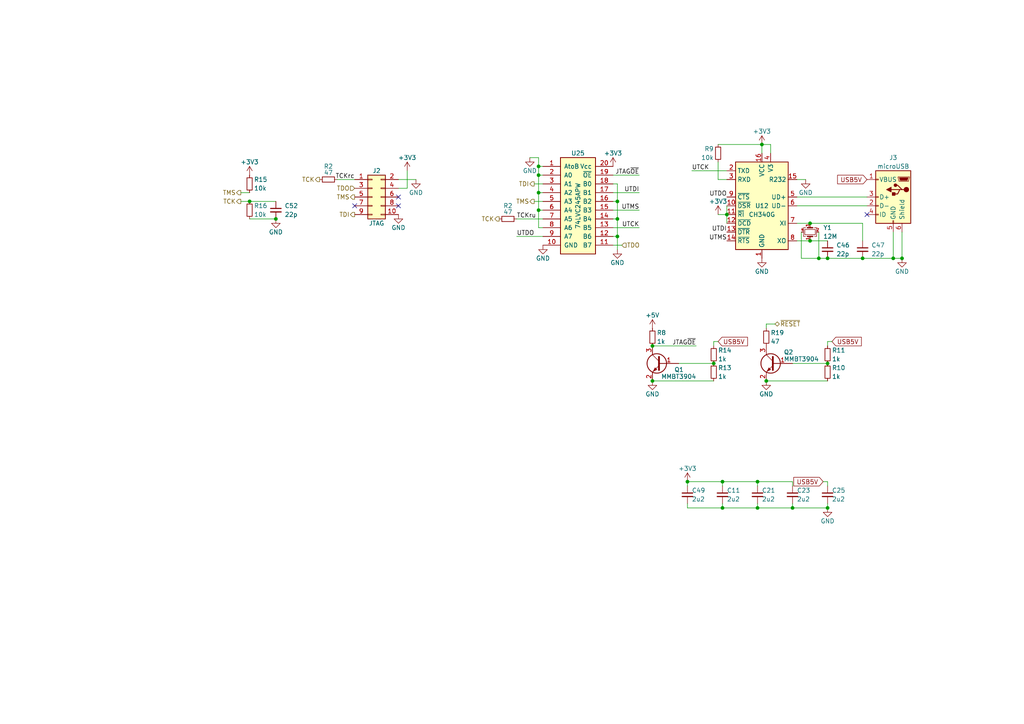
<source format=kicad_sch>
(kicad_sch (version 20230121) (generator eeschema)
  (paper "A4")
  (lib_symbols
    (symbol "Connector:USB_B_Micro" (pin_names (offset 1.016))
      (property "Reference" "J" (at -5.08 11.43 0))
      (property "Value" "USB_B_Micro" (at -5.08 8.89 0))
      (symbol "USB_B_Micro_0_1"
        (rectangle (start -5.08 -7.62) (end 5.08 7.62) (stroke (width 0.254)) (fill (type background)))
        (circle (center -3.81 2.159) (radius 0.635) (stroke (width 0.254)) (fill (type outline)))
        (circle (center -0.635 3.429) (radius 0.381) (stroke (width 0.254)) (fill (type outline)))
        (rectangle (start -0.127 -7.62) (end 0.127 -6.858))
        (polyline (pts (xy -1.905 2.159) (xy 0.635 2.159)) (stroke (width 0.254)))
        (polyline (pts (xy -3.175 2.159) (xy -2.54 2.159) (xy -1.27 3.429) (xy -0.635 3.429)) (stroke (width 0.254)))
        (polyline (pts (xy -2.54 2.159) (xy -1.905 2.159) (xy -1.27 0.889) (xy 0 0.889)) (stroke (width 0.254)))
        (polyline (pts (xy 0.635 2.794) (xy 0.635 1.524) (xy 1.905 2.159) (xy 0.635 2.794)) (stroke (width 0.254)) (fill (type outline)))
        (polyline (pts (xy -4.318 5.588) (xy -1.778 5.588) (xy -2.032 4.826) (xy -4.064 4.826) (xy -4.318 5.588)) (fill (type outline)))
        (polyline (pts (xy -4.699 5.842) (xy -4.699 5.588) (xy -4.445 4.826) (xy -4.445 4.572) (xy -1.651 4.572) (xy -1.651 4.826) (xy -1.397 5.588) (xy -1.397 5.842) (xy -4.699 5.842)))
        (rectangle (start 0.254 1.27) (end -0.508 0.508) (stroke (width 0.254)) (fill (type outline)))
        (rectangle (start 5.08 -5.207) (end 4.318 -4.953))
        (rectangle (start 5.08 -2.667) (end 4.318 -2.413))
        (rectangle (start 5.08 -0.127) (end 4.318 0.127))
        (rectangle (start 5.08 4.953) (end 4.318 5.207))
      )
      (symbol "USB_B_Micro_1_1"
        (pin power_out line (at 7.62 5.08 180) (length 2.54) (name "VBUS") (number "1"))
        (pin bidirectional line (at 7.62 -2.54 180) (length 2.54) (name "D-") (number "2"))
        (pin bidirectional line (at 7.62 0 180) (length 2.54) (name "D+") (number "3"))
        (pin passive line (at 7.62 -5.08 180) (length 2.54) (name "ID") (number "4"))
        (pin power_out line (at 0 -10.16 90) (length 2.54) (name "GND") (number "5"))
        (pin passive line (at -2.54 -10.16 90) (length 2.54) (name "Shield") (number "6"))
      )
    )
    (symbol "Connector_Generic:Conn_02x05_Odd_Even" (pin_names (offset 1.016) hide)
      (property "Reference" "J" (at 1.27 7.62 0))
      (property "Value" "Conn_02x05_Odd_Even" (at 1.27 -7.62 0))
      (symbol "Conn_02x05_Odd_Even_1_1"
        (rectangle (start -1.27 -4.953) (end 0 -5.207) (stroke (width 0.1524)))
        (rectangle (start -1.27 -2.413) (end 0 -2.667) (stroke (width 0.1524)))
        (rectangle (start -1.27 0.127) (end 0 -0.127) (stroke (width 0.1524)))
        (rectangle (start -1.27 2.667) (end 0 2.413) (stroke (width 0.1524)))
        (rectangle (start -1.27 5.207) (end 0 4.953) (stroke (width 0.1524)))
        (rectangle (start -1.27 6.35) (end 3.81 -6.35) (stroke (width 0.254)) (fill (type background)))
        (rectangle (start 3.81 -4.953) (end 2.54 -5.207) (stroke (width 0.1524)))
        (rectangle (start 3.81 -2.413) (end 2.54 -2.667) (stroke (width 0.1524)))
        (rectangle (start 3.81 0.127) (end 2.54 -0.127) (stroke (width 0.1524)))
        (rectangle (start 3.81 2.667) (end 2.54 2.413) (stroke (width 0.1524)))
        (rectangle (start 3.81 5.207) (end 2.54 4.953) (stroke (width 0.1524)))
        (pin passive line (at -5.08 5.08 0) (length 3.81) (name "Pin_1") (number "1"))
        (pin passive line (at 7.62 -5.08 180) (length 3.81) (name "Pin_10") (number "10"))
        (pin passive line (at 7.62 5.08 180) (length 3.81) (name "Pin_2") (number "2"))
        (pin passive line (at -5.08 2.54 0) (length 3.81) (name "Pin_3") (number "3"))
        (pin passive line (at 7.62 2.54 180) (length 3.81) (name "Pin_4") (number "4"))
        (pin passive line (at -5.08 0 0) (length 3.81) (name "Pin_5") (number "5"))
        (pin passive line (at 7.62 0 180) (length 3.81) (name "Pin_6") (number "6"))
        (pin passive line (at -5.08 -2.54 0) (length 3.81) (name "Pin_7") (number "7"))
        (pin passive line (at 7.62 -2.54 180) (length 3.81) (name "Pin_8") (number "8"))
        (pin passive line (at -5.08 -5.08 0) (length 3.81) (name "Pin_9") (number "9"))
      )
    )
    (symbol "Device:C_Small" (pin_numbers hide) (pin_names (offset 0.254) hide)
      (property "Reference" "C" (at 0.254 1.778 0))
      (property "Value" "C_Small" (at 0.254 -2.032 0))
      (symbol "C_Small_0_1"
        (polyline (pts (xy -1.524 -0.508) (xy 1.524 -0.508)) (stroke (width 0.3302)))
        (polyline (pts (xy -1.524 0.508) (xy 1.524 0.508)) (stroke (width 0.3048)))
      )
      (symbol "C_Small_1_1"
        (pin passive line (at 0 2.54 270) (length 2.032) (name "~") (number "1"))
        (pin passive line (at 0 -2.54 90) (length 2.032) (name "~") (number "2"))
      )
    )
    (symbol "Device:Crystal_GND24_Small" (pin_names (offset 1.016) hide)
      (property "Reference" "Y" (at 1.27 4.445 0))
      (property "Value" "Crystal_GND24_Small" (at 1.27 2.54 0))
      (symbol "Crystal_GND24_Small_0_1"
        (rectangle (start -0.762 -1.524) (end 0.762 1.524))
        (polyline (pts (xy -1.27 -0.762) (xy -1.27 0.762)) (stroke (width 0.381)))
        (polyline (pts (xy 1.27 -0.762) (xy 1.27 0.762)) (stroke (width 0.381)))
        (polyline (pts (xy -1.27 -1.27) (xy -1.27 -1.905) (xy 1.27 -1.905) (xy 1.27 -1.27)))
        (polyline (pts (xy -1.27 1.27) (xy -1.27 1.905) (xy 1.27 1.905) (xy 1.27 1.27)))
      )
      (symbol "Crystal_GND24_Small_1_1"
        (pin passive line (at -2.54 0 0) (length 1.27) (name "1") (number "1"))
        (pin passive line (at 0 -2.54 90) (length 0.635) (name "2") (number "2"))
        (pin passive line (at 2.54 0 180) (length 1.27) (name "3") (number "3"))
        (pin passive line (at 0 2.54 270) (length 0.635) (name "4") (number "4"))
      )
    )
    (symbol "Device:R_Small" (pin_numbers hide) (pin_names (offset 0.254) hide)
      (property "Reference" "R" (at 0.762 0.508 0))
      (property "Value" "R_Small" (at 0.762 -1.016 0))
      (symbol "R_Small_0_1"
        (rectangle (start -0.762 1.778) (end 0.762 -1.778) (stroke (width 0.2032)))
      )
      (symbol "R_Small_1_1"
        (pin passive line (at 0 2.54 270) (length 0.762) (name "~") (number "1"))
        (pin passive line (at 0 -2.54 90) (length 0.762) (name "~") (number "2"))
      )
    )
    (symbol "GW_Logic:74245" (pin_names (offset 1.016))
      (property "Reference" "U" (at 0 15.24 0))
      (property "Value" "74245" (at 0 0 90))
      (symbol "74245_0_1"
        (rectangle (start -5.08 13.97) (end 5.08 -13.97) (stroke (width 0.254)) (fill (type background)))
      )
      (symbol "74245_1_1"
        (pin input line (at -10.16 11.43 0) (length 5.08) (name "AtoB") (number "1"))
        (pin power_in line (at -10.16 -11.43 0) (length 5.08) (name "GND") (number "10"))
        (pin bidirectional line (at 10.16 -11.43 180) (length 5.08) (name "B7") (number "11"))
        (pin bidirectional line (at 10.16 -8.89 180) (length 5.08) (name "B6") (number "12"))
        (pin bidirectional line (at 10.16 -6.35 180) (length 5.08) (name "B5") (number "13"))
        (pin bidirectional line (at 10.16 -3.81 180) (length 5.08) (name "B4") (number "14"))
        (pin bidirectional line (at 10.16 -1.27 180) (length 5.08) (name "B3") (number "15"))
        (pin bidirectional line (at 10.16 1.27 180) (length 5.08) (name "B2") (number "16"))
        (pin bidirectional line (at 10.16 3.81 180) (length 5.08) (name "B1") (number "17"))
        (pin bidirectional line (at 10.16 6.35 180) (length 5.08) (name "B0") (number "18"))
        (pin input line (at 10.16 8.89 180) (length 5.08) (name "~{OE}") (number "19"))
        (pin bidirectional line (at -10.16 8.89 0) (length 5.08) (name "A0") (number "2"))
        (pin power_in line (at 10.16 11.43 180) (length 5.08) (name "Vcc") (number "20"))
        (pin bidirectional line (at -10.16 6.35 0) (length 5.08) (name "A1") (number "3"))
        (pin bidirectional line (at -10.16 3.81 0) (length 5.08) (name "A2") (number "4"))
        (pin bidirectional line (at -10.16 1.27 0) (length 5.08) (name "A3") (number "5"))
        (pin bidirectional line (at -10.16 -1.27 0) (length 5.08) (name "A4") (number "6"))
        (pin bidirectional line (at -10.16 -3.81 0) (length 5.08) (name "A5") (number "7"))
        (pin bidirectional line (at -10.16 -6.35 0) (length 5.08) (name "A6") (number "8"))
        (pin bidirectional line (at -10.16 -8.89 0) (length 5.08) (name "A7") (number "9"))
      )
    )
    (symbol "Interface_USB:CH340G"
      (property "Reference" "U" (at -5.08 13.97 0))
      (property "Value" "CH340G" (at 1.27 13.97 0))
      (symbol "CH340G_0_1"
        (rectangle (start -7.62 12.7) (end 7.62 -12.7) (stroke (width 0.254)) (fill (type background)))
      )
      (symbol "CH340G_1_1"
        (pin power_in line (at 0 -15.24 90) (length 2.54) (name "GND") (number "1"))
        (pin input line (at 10.16 0 180) (length 2.54) (name "~{DSR}") (number "10"))
        (pin input line (at 10.16 -2.54 180) (length 2.54) (name "~{RI}") (number "11"))
        (pin input line (at 10.16 -5.08 180) (length 2.54) (name "~{DCD}") (number "12"))
        (pin output line (at 10.16 -7.62 180) (length 2.54) (name "~{DTR}") (number "13"))
        (pin output line (at 10.16 -10.16 180) (length 2.54) (name "~{RTS}") (number "14"))
        (pin input line (at -10.16 7.62 0) (length 2.54) (name "R232") (number "15"))
        (pin power_in line (at 0 15.24 270) (length 2.54) (name "VCC") (number "16"))
        (pin output line (at 10.16 10.16 180) (length 2.54) (name "TXD") (number "2"))
        (pin input line (at 10.16 7.62 180) (length 2.54) (name "RXD") (number "3"))
        (pin passive line (at -2.54 15.24 270) (length 2.54) (name "V3") (number "4"))
        (pin bidirectional line (at -10.16 2.54 0) (length 2.54) (name "UD+") (number "5"))
        (pin bidirectional line (at -10.16 0 0) (length 2.54) (name "UD-") (number "6"))
        (pin input line (at -10.16 -5.08 0) (length 2.54) (name "XI") (number "7"))
        (pin output line (at -10.16 -10.16 0) (length 2.54) (name "XO") (number "8"))
        (pin input line (at 10.16 2.54 180) (length 2.54) (name "~{CTS}") (number "9"))
      )
    )
    (symbol "Transistor_BJT:MMBT3904" (pin_names (offset 0) hide)
      (property "Reference" "Q" (at 5.08 1.905 0))
      (property "Value" "MMBT3904" (at 5.08 0 0))
      (symbol "MMBT3904_0_1"
        (polyline (pts (xy 0.635 0.635) (xy 2.54 2.54)))
        (polyline (pts (xy 0.635 -0.635) (xy 2.54 -2.54) (xy 2.54 -2.54)))
        (polyline (pts (xy 0.635 1.905) (xy 0.635 -1.905) (xy 0.635 -1.905)) (stroke (width 0.508)))
        (polyline (pts (xy 1.27 -1.778) (xy 1.778 -1.27) (xy 2.286 -2.286) (xy 1.27 -1.778) (xy 1.27 -1.778)) (fill (type outline)))
        (circle (center 1.27 0) (radius 2.8194) (stroke (width 0.254)))
      )
      (symbol "MMBT3904_1_1"
        (pin input line (at -5.08 0 0) (length 5.715) (name "B") (number "1"))
        (pin passive line (at 2.54 -5.08 90) (length 2.54) (name "E") (number "2"))
        (pin passive line (at 2.54 5.08 270) (length 2.54) (name "C") (number "3"))
      )
    )
    (symbol "power:+3V3" (power) (pin_names (offset 0))
      (property "Value" "+3V3" (at 0 3.556 0))
      (symbol "+3V3_0_1"
        (polyline (pts (xy -0.762 1.27) (xy 0 2.54)))
        (polyline (pts (xy 0 0) (xy 0 2.54)))
        (polyline (pts (xy 0 2.54) (xy 0.762 1.27)))
      )
      (symbol "+3V3_1_1"
        (pin power_in line (at 0 0 90) (length 0) hide (name "+3V3") (number "1"))
      )
    )
    (symbol "power:+5V" (power) (pin_names (offset 0))
      (property "Value" "+5V" (at 0 3.556 0))
      (symbol "+5V_0_1"
        (polyline (pts (xy -0.762 1.27) (xy 0 2.54)))
        (polyline (pts (xy 0 0) (xy 0 2.54)))
        (polyline (pts (xy 0 2.54) (xy 0.762 1.27)))
      )
      (symbol "+5V_1_1"
        (pin power_in line (at 0 0 90) (length 0) hide (name "+5V") (number "1"))
      )
    )
    (symbol "power:GND" (power) (pin_names (offset 0))
      (property "Value" "GND" (at 0 -3.81 0))
      (symbol "GND_0_1"
        (polyline (pts (xy 0 0) (xy 0 -1.27) (xy 1.27 -1.27) (xy 0 -2.54) (xy -1.27 -1.27) (xy 0 -1.27)))
      )
      (symbol "GND_1_1"
        (pin power_in line (at 0 0 270) (length 0) hide (name "GND") (number "1"))
      )
    )
  )
  (junction (at 156.21 50.8))
  (junction (at 261.62 74.93))
  (junction (at 210.82 62.23))
  (junction (at 229.87 147.32))
  (junction (at 156.21 55.88))
  (junction (at 156.21 60.96))
  (junction (at 156.21 48.26))
  (junction (at 179.07 63.5))
  (junction (at 209.55 139.7))
  (junction (at 220.98 41.91))
  (junction (at 250.19 74.93))
  (junction (at 237.49 74.93))
  (junction (at 222.25 110.49))
  (junction (at 234.95 69.85))
  (junction (at 240.03 74.93))
  (junction (at 72.39 58.42))
  (junction (at 189.23 110.49))
  (junction (at 179.07 58.42))
  (junction (at 240.03 105.41))
  (junction (at 240.03 147.32))
  (junction (at 80.01 63.5))
  (junction (at 209.55 147.32))
  (junction (at 207.01 105.41))
  (junction (at 219.71 147.32))
  (junction (at 259.08 74.93))
  (junction (at 234.95 64.77))
  (junction (at 179.07 68.58))
  (junction (at 219.71 139.7))
  (junction (at 189.23 100.33))
  (junction (at 199.39 139.7))
  (no_connect (at 115.57 59.69))
  (no_connect (at 251.46 62.23))
  (no_connect (at 102.87 59.69))
  (no_connect (at 115.57 57.15))
  (wire (pts (xy 231.14 64.77) (xy 234.95 64.77)))
  (wire (pts (xy 240.03 69.85) (xy 234.95 69.85)))
  (wire (pts (xy 149.86 68.58) (xy 157.48 68.58)))
  (wire (pts (xy 250.19 64.77) (xy 250.19 69.85)))
  (wire (pts (xy 156.21 55.88) (xy 157.48 55.88)))
  (wire (pts (xy 115.57 52.07) (xy 120.65 52.07)))
  (wire (pts (xy 177.8 50.8) (xy 185.42 50.8)))
  (wire (pts (xy 223.52 41.91) (xy 223.52 44.45)))
  (wire (pts (xy 208.28 41.91) (xy 220.98 41.91)))
  (wire (pts (xy 156.21 48.26) (xy 157.48 48.26)))
  (wire (pts (xy 207.01 105.41) (xy 196.85 105.41)))
  (wire (pts (xy 231.14 69.85) (xy 234.95 69.85)))
  (wire (pts (xy 179.07 58.42) (xy 177.8 58.42)))
  (wire (pts (xy 180.34 71.12) (xy 177.8 71.12)))
  (wire (pts (xy 156.21 50.8) (xy 156.21 48.26)))
  (wire (pts (xy 185.42 60.96) (xy 177.8 60.96)))
  (wire (pts (xy 240.03 74.93) (xy 250.19 74.93)))
  (wire (pts (xy 209.55 139.7) (xy 219.71 139.7)))
  (wire (pts (xy 156.21 60.96) (xy 157.48 60.96)))
  (wire (pts (xy 115.57 54.61) (xy 118.11 54.61)))
  (wire (pts (xy 157.48 66.04) (xy 156.21 66.04)))
  (wire (pts (xy 72.39 55.88) (xy 69.85 55.88)))
  (wire (pts (xy 240.03 139.7) (xy 240.03 140.97)))
  (wire (pts (xy 156.21 50.8) (xy 157.48 50.8)))
  (wire (pts (xy 179.07 53.34) (xy 179.07 58.42)))
  (wire (pts (xy 72.39 58.42) (xy 80.01 58.42)))
  (wire (pts (xy 259.08 74.93) (xy 261.62 74.93)))
  (wire (pts (xy 118.11 54.61) (xy 118.11 49.53)))
  (wire (pts (xy 237.49 74.93) (xy 232.41 74.93)))
  (wire (pts (xy 156.21 55.88) (xy 156.21 50.8)))
  (wire (pts (xy 229.87 139.7) (xy 229.87 140.97)))
  (wire (pts (xy 237.49 67.31) (xy 237.49 74.93)))
  (wire (pts (xy 179.07 63.5) (xy 177.8 63.5)))
  (wire (pts (xy 149.86 63.5) (xy 157.48 63.5)))
  (wire (pts (xy 222.25 93.98) (xy 222.25 95.25)))
  (wire (pts (xy 156.21 60.96) (xy 156.21 55.88)))
  (wire (pts (xy 189.23 100.33) (xy 201.93 100.33)))
  (wire (pts (xy 179.07 68.58) (xy 177.8 68.58)))
  (wire (pts (xy 72.39 63.5) (xy 80.01 63.5)))
  (wire (pts (xy 199.39 139.7) (xy 199.39 140.97)))
  (wire (pts (xy 219.71 147.32) (xy 219.71 146.05)))
  (wire (pts (xy 179.07 68.58) (xy 179.07 72.39)))
  (wire (pts (xy 156.21 48.26) (xy 156.21 45.72)))
  (wire (pts (xy 240.03 147.32) (xy 240.03 146.05)))
  (wire (pts (xy 261.62 67.31) (xy 261.62 74.93)))
  (wire (pts (xy 179.07 58.42) (xy 179.07 63.5)))
  (wire (pts (xy 210.82 62.23) (xy 210.82 59.69)))
  (wire (pts (xy 209.55 139.7) (xy 209.55 140.97)))
  (wire (pts (xy 220.98 41.91) (xy 223.52 41.91)))
  (wire (pts (xy 241.3 99.06) (xy 240.03 99.06)))
  (wire (pts (xy 234.95 64.77) (xy 250.19 64.77)))
  (wire (pts (xy 69.85 58.42) (xy 72.39 58.42)))
  (wire (pts (xy 219.71 147.32) (xy 229.87 147.32)))
  (wire (pts (xy 177.8 53.34) (xy 179.07 53.34)))
  (wire (pts (xy 240.03 105.41) (xy 229.87 105.41)))
  (wire (pts (xy 208.28 99.06) (xy 207.01 99.06)))
  (wire (pts (xy 177.8 55.88) (xy 185.42 55.88)))
  (wire (pts (xy 229.87 147.32) (xy 229.87 146.05)))
  (wire (pts (xy 259.08 67.31) (xy 259.08 74.93)))
  (wire (pts (xy 154.94 53.34) (xy 157.48 53.34)))
  (wire (pts (xy 233.68 52.07) (xy 231.14 52.07)))
  (wire (pts (xy 250.19 74.93) (xy 259.08 74.93)))
  (wire (pts (xy 209.55 147.32) (xy 199.39 147.32)))
  (wire (pts (xy 199.39 139.7) (xy 209.55 139.7)))
  (wire (pts (xy 189.23 110.49) (xy 207.01 110.49)))
  (wire (pts (xy 219.71 139.7) (xy 229.87 139.7)))
  (wire (pts (xy 208.28 62.23) (xy 210.82 62.23)))
  (wire (pts (xy 177.8 66.04) (xy 185.42 66.04)))
  (wire (pts (xy 207.01 99.06) (xy 207.01 100.33)))
  (wire (pts (xy 219.71 147.32) (xy 209.55 147.32)))
  (wire (pts (xy 222.25 110.49) (xy 240.03 110.49)))
  (wire (pts (xy 237.49 74.93) (xy 240.03 74.93)))
  (wire (pts (xy 209.55 147.32) (xy 209.55 146.05)))
  (wire (pts (xy 240.03 99.06) (xy 240.03 100.33)))
  (wire (pts (xy 240.03 139.7) (xy 238.76 139.7)))
  (wire (pts (xy 199.39 147.32) (xy 199.39 146.05)))
  (wire (pts (xy 179.07 63.5) (xy 179.07 68.58)))
  (wire (pts (xy 210.82 62.23) (xy 210.82 64.77)))
  (wire (pts (xy 229.87 147.32) (xy 240.03 147.32)))
  (wire (pts (xy 154.94 58.42) (xy 157.48 58.42)))
  (wire (pts (xy 232.41 74.93) (xy 232.41 67.31)))
  (wire (pts (xy 251.46 57.15) (xy 231.14 57.15)))
  (wire (pts (xy 208.28 46.99) (xy 208.28 52.07)))
  (wire (pts (xy 156.21 45.72) (xy 153.67 45.72)))
  (wire (pts (xy 224.79 93.98) (xy 222.25 93.98)))
  (wire (pts (xy 156.21 66.04) (xy 156.21 60.96)))
  (wire (pts (xy 208.28 52.07) (xy 210.82 52.07)))
  (wire (pts (xy 231.14 59.69) (xy 251.46 59.69)))
  (wire (pts (xy 219.71 139.7) (xy 219.71 140.97)))
  (wire (pts (xy 220.98 41.91) (xy 220.98 44.45)))
  (wire (pts (xy 97.79 52.07) (xy 102.87 52.07)))
  (wire (pts (xy 210.82 49.53) (xy 200.66 49.53)))
  (label "UTDO" (at 149.86 68.58 0))
  (label "UTDI" (at 185.42 55.88 180))
  (label "UTMS" (at 185.42 60.96 180))
  (label "UTMS" (at 210.82 69.85 180))
  (label "TCKru" (at 149.86 63.5 0))
  (label "JTAG~{OE}" (at 201.93 100.33 180))
  (label "UTDO" (at 210.82 57.15 180))
  (label "UTDI" (at 210.82 67.31 180))
  (label "UTCK" (at 185.42 66.04 180))
  (label "UTCK" (at 200.66 49.53 0))
  (label "JTAG~{OE}" (at 185.42 50.8 180))
  (label "TCKrc" (at 102.87 52.07 180))
  (global_label "USB5V" (shape input) (at 251.46 52.07 180) (property "Intersheetrefs" "${INTERSHEET_REFS}" (effects hide)))
  (global_label "USB5V" (shape input) (at 238.76 139.7 180) (property "Intersheetrefs" "${INTERSHEET_REFS}" (effects hide)))
  (global_label "USB5V" (shape input) (at 208.28 99.06 0) (property "Intersheetrefs" "${INTERSHEET_REFS}" (effects hide)))
  (global_label "USB5V" (shape input) (at 241.3 99.06 0) (property "Intersheetrefs" "${INTERSHEET_REFS}" (effects hide)))
  (hierarchical_label "TCK" (shape output) (at 92.71 52.07 180))
  (hierarchical_label "TCK" (shape output) (at 69.85 58.42 180))
  (hierarchical_label "TMS" (shape output) (at 69.85 55.88 180))
  (hierarchical_label "~{RESET}" (shape tri_state) (at 224.79 93.98 0))
  (hierarchical_label "TDI" (shape output) (at 102.87 62.23 180))
  (hierarchical_label "TMS" (shape output) (at 102.87 57.15 180))
  (hierarchical_label "TCK" (shape output) (at 144.78 63.5 180))
  (hierarchical_label "TMS" (shape output) (at 154.94 58.42 180))
  (hierarchical_label "TDI" (shape output) (at 154.94 53.34 180))
  (hierarchical_label "TDO" (shape input) (at 102.87 54.61 180))
  (hierarchical_label "TDO" (shape input) (at 180.34 71.12 0))
  (symbol (lib_id "Connector_Generic:Conn_02x05_Odd_Even") (at 107.95 57.15 0) (unit 1)
    (property "Reference" "J2" (at 109.22 49.53 0))
    (property "Value" "JTAG" (at 109.22 64.77 0))
    (property "Footprint" "Connector:Tag-Connect_TC2050-IDC-FP_2x05_P1.27mm_Vertical" (effects hide))
  )
  (symbol (lib_id "power:+3V3") (at 118.11 49.53 0) (unit 1)
    (property "Reference" "#PWR0128" (effects hide))
    (property "Value" "+3V3" (at 118.11 45.72 0))
  )
  (symbol (lib_id "Interface_USB:CH340G") (at 220.98 59.69 0) (mirror y) (unit 1)
    (property "Reference" "U12" (at 220.98 59.69 0))
    (property "Value" "CH340G" (at 220.98 62.23 0))
    (property "Footprint" "stdpads:SOIC-16_3.9mm" (effects hide))
    (property "Datasheet" "http://www.datasheet5.com/pdf-local-2195953" (effects hide))
    (property "LCSC Part" "C14267" (effects hide))
  )
  (symbol (lib_id "power:GND") (at 233.68 52.07 0) (mirror y) (unit 1)
    (property "Reference" "#PWR0164" (effects hide))
    (property "Value" "GND" (at 233.68 55.88 0))
  )
  (symbol (lib_id "Device:C_Small") (at 209.55 143.51 0) (unit 1)
    (property "Reference" "C11" (at 210.82 142.24 0) (effects (justify left)))
    (property "Value" "2u2" (at 210.82 144.78 0) (effects (justify left)))
    (property "Footprint" "stdpads:C_0603" (effects hide))
    (property "LCSC Part" "C23630" (effects hide))
  )
  (symbol (lib_id "Device:C_Small") (at 219.71 143.51 0) (unit 1)
    (property "Reference" "C21" (at 220.98 142.24 0) (effects (justify left)))
    (property "Value" "2u2" (at 220.98 144.78 0) (effects (justify left)))
    (property "Footprint" "stdpads:C_0603" (effects hide))
    (property "LCSC Part" "C23630" (effects hide))
  )
  (symbol (lib_id "Device:C_Small") (at 229.87 143.51 0) (unit 1)
    (property "Reference" "C23" (at 231.14 142.24 0) (effects (justify left)))
    (property "Value" "2u2" (at 231.14 144.78 0) (effects (justify left)))
    (property "Footprint" "stdpads:C_0603" (effects hide))
    (property "LCSC Part" "C23630" (effects hide))
  )
  (symbol (lib_id "Device:C_Small") (at 240.03 143.51 0) (unit 1)
    (property "Reference" "C25" (at 241.3 142.24 0) (effects (justify left)))
    (property "Value" "2u2" (at 241.3 144.78 0) (effects (justify left)))
    (property "Footprint" "stdpads:C_0603" (effects hide))
    (property "LCSC Part" "C23630" (effects hide))
  )
  (symbol (lib_id "power:GND") (at 261.62 74.93 0) (mirror y) (unit 1)
    (property "Reference" "#PWR0165" (effects hide))
    (property "Value" "GND" (at 261.62 78.74 0))
  )
  (symbol (lib_id "power:GND") (at 115.57 62.23 0) (unit 1)
    (property "Reference" "#PWR0127" (effects hide))
    (property "Value" "GND" (at 115.57 66.04 0))
  )
  (symbol (lib_id "Device:C_Small") (at 240.03 72.39 0) (unit 1)
    (property "Reference" "C46" (at 242.57 71.12 0) (effects (justify left)))
    (property "Value" "22p" (at 242.57 73.66 0) (effects (justify left)))
    (property "Footprint" "stdpads:C_0603" (effects hide))
    (property "LCSC Part" "C1653" (effects hide))
  )
  (symbol (lib_id "Device:C_Small") (at 250.19 72.39 0) (unit 1)
    (property "Reference" "C47" (at 252.73 71.12 0) (effects (justify left)))
    (property "Value" "22p" (at 252.73 73.66 0) (effects (justify left)))
    (property "Footprint" "stdpads:C_0603" (effects hide))
    (property "LCSC Part" "C1653" (effects hide))
  )
  (symbol (lib_id "Connector:USB_B_Micro") (at 259.08 57.15 0) (mirror y) (unit 1)
    (property "Reference" "J3" (at 259.08 45.72 0))
    (property "Value" "microUSB" (at 259.08 48.26 0))
    (property "Footprint" "stdpads:USB_Micro-B_ShouHan_MicroXNJ" (effects hide))
    (property "LCSC Part" "C404969" (effects hide))
  )
  (symbol (lib_id "power:GND") (at 120.65 52.07 0) (unit 1)
    (property "Reference" "#PWR0204" (effects hide))
    (property "Value" "GND" (at 120.65 55.88 0))
  )
  (symbol (lib_id "Transistor_BJT:MMBT3904") (at 224.79 105.41 0) (mirror y) (unit 1)
    (property "Reference" "Q2" (at 227.33 102.87 0) (effects (justify right bottom)))
    (property "Value" "MMBT3904" (at 227.33 104.14 0) (effects (justify right)))
    (property "Footprint" "stdpads:SOT-23" (effects hide))
    (property "Datasheet" "https://www.onsemi.com/pub/Collateral/2N3903-D.PDF" (effects hide))
    (property "LCSC Part" "C20526" (effects hide))
  )
  (symbol (lib_id "power:GND") (at 189.23 110.49 0) (unit 1)
    (property "Reference" "#PWR0196" (effects hide))
    (property "Value" "GND" (at 189.23 114.3 0))
  )
  (symbol (lib_id "Transistor_BJT:MMBT3904") (at 191.77 105.41 0) (mirror y) (unit 1)
    (property "Reference" "Q1" (at 195.58 107.95 0) (effects (justify right bottom)))
    (property "Value" "MMBT3904" (at 191.77 109.22 0) (effects (justify right)))
    (property "Footprint" "stdpads:SOT-23" (effects hide))
    (property "Datasheet" "https://www.onsemi.com/pub/Collateral/2N3903-D.PDF" (effects hide))
    (property "LCSC Part" "C20526" (effects hide))
  )
  (symbol (lib_id "power:+5V") (at 189.23 95.25 0) (mirror y) (unit 1)
    (property "Reference" "#PWR0198" (effects hide))
    (property "Value" "+5V" (at 189.23 91.44 0))
  )
  (symbol (lib_id "power:GND") (at 240.03 147.32 0) (mirror y) (unit 1)
    (property "Reference" "#PWR0199" (effects hide))
    (property "Value" "GND" (at 240.03 151.13 0))
  )
  (symbol (lib_id "power:GND") (at 220.98 74.93 0) (mirror y) (unit 1)
    (property "Reference" "#PWR0162" (effects hide))
    (property "Value" "GND" (at 220.98 78.74 0))
  )
  (symbol (lib_id "Device:R_Small") (at 72.39 60.96 0) (mirror y) (unit 1)
    (property "Reference" "R16" (at 73.66 59.69 0) (effects (justify right)))
    (property "Value" "10k" (at 73.66 62.23 0) (effects (justify right)))
    (property "Footprint" "stdpads:R_0603" (effects hide))
    (property "LCSC Part" "C25804" (effects hide))
  )
  (symbol (lib_id "Device:R_Small") (at 72.39 53.34 0) (mirror y) (unit 1)
    (property "Reference" "R15" (at 73.66 52.07 0) (effects (justify right)))
    (property "Value" "10k" (at 73.66 54.61 0) (effects (justify right)))
    (property "Footprint" "stdpads:R_0603" (effects hide))
    (property "LCSC Part" "C25804" (effects hide))
  )
  (symbol (lib_id "power:+3V3") (at 72.39 50.8 0) (unit 1)
    (property "Reference" "#PWR0205" (effects hide))
    (property "Value" "+3V3" (at 72.39 46.99 0))
  )
  (symbol (lib_id "power:GND") (at 80.01 63.5 0) (unit 1)
    (property "Reference" "#PWR0206" (effects hide))
    (property "Value" "GND" (at 80.01 67.31 0))
  )
  (symbol (lib_id "power:+3V3") (at 177.8 48.26 0) (unit 1)
    (property "Reference" "#PWR07" (effects hide))
    (property "Value" "+3V3" (at 177.8 44.45 0))
  )
  (symbol (lib_id "Device:R_Small") (at 240.03 102.87 180) (unit 1)
    (property "Reference" "R11" (at 241.3 101.6 0) (effects (justify right)))
    (property "Value" "1k" (at 241.3 104.14 0) (effects (justify right)))
    (property "Footprint" "stdpads:R_0603" (effects hide))
  )
  (symbol (lib_id "power:+3V3") (at 208.28 62.23 0) (unit 1)
    (property "Reference" "#PWR022" (effects hide))
    (property "Value" "+3V3" (at 208.28 58.42 0))
  )
  (symbol (lib_id "Device:Crystal_GND24_Small") (at 234.95 67.31 90) (unit 1)
    (property "Reference" "Y1" (at 238.76 66.04 90) (effects (justify right)))
    (property "Value" "12M" (at 238.76 68.58 90) (effects (justify right)))
    (property "Footprint" "stdpads:Crystal_SMD_3225-4Pin_3.2x2.5mm" (effects hide))
  )
  (symbol (lib_id "power:+3V3") (at 199.39 139.7 0) (unit 1)
    (property "Reference" "#PWR023" (effects hide))
    (property "Value" "+3V3" (at 199.39 135.89 0))
  )
  (symbol (lib_id "Device:R_Small") (at 207.01 107.95 180) (unit 1)
    (property "Reference" "R13" (at 208.28 106.68 0) (effects (justify right)))
    (property "Value" "1k" (at 208.28 109.22 0) (effects (justify right)))
    (property "Footprint" "stdpads:R_0603" (effects hide))
  )
  (symbol (lib_id "Device:R_Small") (at 189.23 97.79 180) (unit 1)
    (property "Reference" "R8" (at 190.5 96.52 0) (effects (justify right)))
    (property "Value" "1k" (at 190.5 99.06 0) (effects (justify right)))
    (property "Footprint" "stdpads:R_0603" (effects hide))
  )
  (symbol (lib_id "Device:R_Small") (at 147.32 63.5 270) (unit 1)
    (property "Reference" "R2" (at 147.32 59.69 90))
    (property "Value" "47" (at 147.32 62.23 90) (effects (justify bottom)))
    (property "Footprint" "stdpads:R_0603" (effects hide))
    (property "LCSC Part" "C23182" (effects hide))
    (instances (project "WarpSE" (path "" (reference "R2") (unit 1)) (path "" (reference "R20") (unit 1))))
  )
  (symbol (lib_id "Device:R_Small") (at 207.01 102.87 180) (unit 1)
    (property "Reference" "R14" (at 208.28 101.6 0) (effects (justify right)))
    (property "Value" "1k" (at 208.28 104.14 0) (effects (justify right)))
    (property "Footprint" "stdpads:R_0603" (effects hide))
  )
  (symbol (lib_id "Device:R_Small") (at 222.25 97.79 0) (mirror y) (unit 1)
    (property "Reference" "R19" (at 223.52 96.52 0) (effects (justify right)))
    (property "Value" "47" (at 223.52 99.06 0) (effects (justify right)))
    (property "Footprint" "stdpads:R_0603" (effects hide))
  )
  (symbol (lib_id "GW_Logic:74245") (at 167.64 59.69 0) (unit 1)
    (property "Reference" "U25" (at 167.64 44.45 0))
    (property "Value" "74LVC245APW" (at 167.64 59.69 90))
    (property "Footprint" "stdpads:TSSOP-20_4.4x6.5mm_P0.65mm" (effects hide))
  )
  (symbol (lib_id "power:GND") (at 179.07 72.39 0) (mirror y) (unit 1)
    (property "Reference" "#PWR010" (effects hide))
    (property "Value" "GND" (at 179.07 76.2 0))
  )
  (symbol (lib_id "Device:C_Small") (at 199.39 143.51 0) (unit 1)
    (property "Reference" "C49" (at 200.66 142.24 0) (effects (justify left)))
    (property "Value" "2u2" (at 200.66 144.78 0) (effects (justify left)))
    (property "Footprint" "stdpads:C_0603" (effects hide))
    (property "LCSC Part" "C23630" (effects hide))
  )
  (symbol (lib_id "Device:R_Small") (at 208.28 44.45 0) (unit 1)
    (property "Reference" "R9" (at 207.01 43.18 0) (effects (justify right)))
    (property "Value" "10k" (at 207.01 45.72 0) (effects (justify right)))
    (property "Footprint" "stdpads:R_0603" (effects hide))
    (property "LCSC Part" "C25804" (effects hide))
  )
  (symbol (lib_id "Device:R_Small") (at 95.25 52.07 270) (unit 1)
    (property "Reference" "R2" (at 95.25 48.26 90))
    (property "Value" "47" (at 95.25 50.8 90) (effects (justify bottom)))
    (property "Footprint" "stdpads:R_0603" (effects hide))
    (property "LCSC Part" "C23182" (effects hide))
    (instances (project "WarpSE" (path "" (reference "R2") (unit 1)) (path "" (reference "R23") (unit 1))))
  )
  (symbol (lib_id "power:GND") (at 222.25 110.49 0) (unit 1)
    (property "Reference" "#PWR020" (effects hide))
    (property "Value" "GND" (at 222.25 114.3 0))
  )
  (symbol (lib_id "power:GND") (at 157.48 71.12 0) (mirror y) (unit 1)
    (property "Reference" "#PWR09" (effects hide))
    (property "Value" "GND" (at 157.48 74.93 0))
  )
  (symbol (lib_id "Device:R_Small") (at 240.03 107.95 180) (unit 1)
    (property "Reference" "R10" (at 241.3 106.68 0) (effects (justify right)))
    (property "Value" "1k" (at 241.3 109.22 0) (effects (justify right)))
    (property "Footprint" "stdpads:R_0603" (effects hide))
  )
  (symbol (lib_id "power:+3V3") (at 220.98 41.91 0) (unit 1)
    (property "Reference" "#PWR021" (effects hide))
    (property "Value" "+3V3" (at 220.98 38.1 0))
  )
  (symbol (lib_id "power:GND") (at 153.67 45.72 0) (mirror y) (unit 1)
    (property "Reference" "#PWR08" (effects hide))
    (property "Value" "GND" (at 153.67 49.53 0))
  )
  (symbol (lib_id "Device:C_Small") (at 80.01 60.96 0) (unit 1)
    (property "Reference" "C52" (at 82.55 59.69 0) (effects (justify left)))
    (property "Value" "22p" (at 82.55 62.23 0) (effects (justify left)))
    (property "Footprint" "stdpads:C_0603" (effects hide))
    (property "LCSC Part" "C1653" (effects hide))
  )
)
</source>
